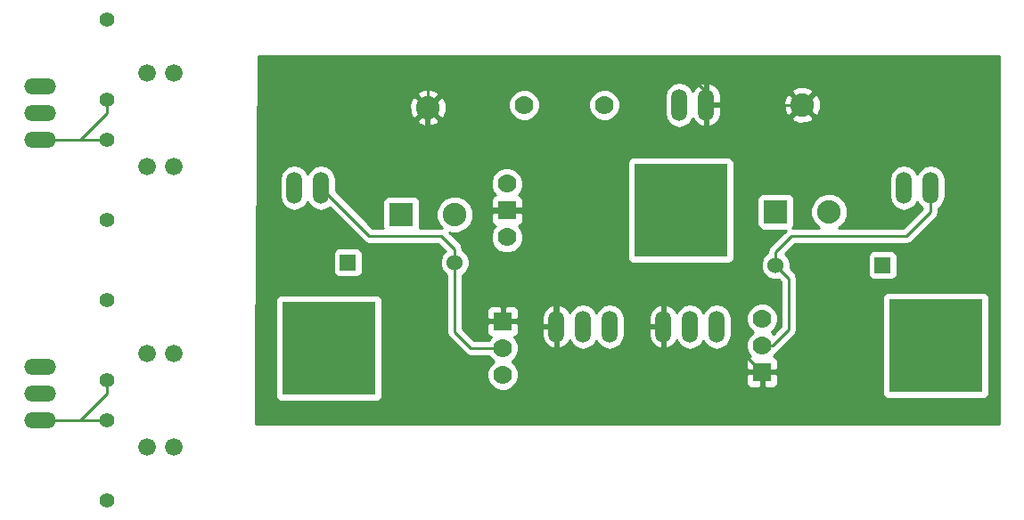
<source format=gbl>
G04 (created by PCBNEW (2013-07-07 BZR 4022)-stable) date 1/3/2014 7:24:35 AM*
%MOIN*%
G04 Gerber Fmt 3.4, Leading zero omitted, Abs format*
%FSLAX34Y34*%
G01*
G70*
G90*
G04 APERTURE LIST*
%ADD10C,0.00590551*%
%ADD11R,0.07X0.07*%
%ADD12C,0.07*%
%ADD13R,0.35X0.35*%
%ADD14C,0.055*%
%ADD15C,0.0882*%
%ADD16R,0.0882X0.0882*%
%ADD17O,0.0593X0.1187*%
%ADD18O,0.1187X0.0593*%
%ADD19C,0.066*%
%ADD20R,0.06X0.06*%
%ADD21C,0.06*%
%ADD22C,0.01*%
%ADD23C,0.02*%
G04 APERTURE END LIST*
G54D10*
G54D11*
X35000Y-21200D03*
G54D12*
X35000Y-19200D03*
X35000Y-20200D03*
G54D13*
X41500Y-20200D03*
G54D11*
X25300Y-19300D03*
G54D12*
X25300Y-21300D03*
X25300Y-20300D03*
G54D13*
X18800Y-20300D03*
G54D14*
X10500Y-15500D03*
X10500Y-12500D03*
X10500Y-8000D03*
X10500Y-11000D03*
X10500Y-26000D03*
X10500Y-23000D03*
X10500Y-18500D03*
X10500Y-21500D03*
G54D15*
X36500Y-11200D03*
G54D16*
X35500Y-15200D03*
G54D15*
X37500Y-15200D03*
X22500Y-11300D03*
G54D16*
X21500Y-15300D03*
G54D15*
X23500Y-15300D03*
G54D17*
X31300Y-19500D03*
X32300Y-19500D03*
X33300Y-19500D03*
X27300Y-19500D03*
X28300Y-19500D03*
X29300Y-19500D03*
G54D18*
X8000Y-23000D03*
X8000Y-22000D03*
X8000Y-21000D03*
X8000Y-12500D03*
X8000Y-11500D03*
X8000Y-10500D03*
G54D17*
X17500Y-14300D03*
X18500Y-14300D03*
X40300Y-14300D03*
X41300Y-14300D03*
G54D13*
X31950Y-15150D03*
G54D12*
X25450Y-14150D03*
G54D11*
X25450Y-15150D03*
G54D12*
X25450Y-16150D03*
G54D19*
X13000Y-24000D03*
X12000Y-24000D03*
X13000Y-10000D03*
X12000Y-10000D03*
X13000Y-20500D03*
X12000Y-20500D03*
X13000Y-13500D03*
X12000Y-13500D03*
G54D20*
X19500Y-17100D03*
G54D21*
X23500Y-17100D03*
G54D20*
X39500Y-17200D03*
G54D21*
X35500Y-17200D03*
G54D12*
X29100Y-11200D03*
X26100Y-11200D03*
G54D17*
X31900Y-11200D03*
X32900Y-11200D03*
G54D22*
X32900Y-11200D02*
X32900Y-10700D01*
X32900Y-10700D02*
X32200Y-10000D01*
X32200Y-10000D02*
X23100Y-10000D01*
X23100Y-10000D02*
X22500Y-10600D01*
X22500Y-10600D02*
X22500Y-13000D01*
G54D23*
X27100Y-19300D02*
X27300Y-19500D01*
X25450Y-15150D02*
X26550Y-15150D01*
X26550Y-15150D02*
X27300Y-15900D01*
X27300Y-15900D02*
X27300Y-18300D01*
X27300Y-18300D02*
X27300Y-19500D01*
X22500Y-11300D02*
X22500Y-13000D01*
X22500Y-13000D02*
X24650Y-15150D01*
X24650Y-15150D02*
X25450Y-15150D01*
G54D22*
X27300Y-18100D02*
X27600Y-17800D01*
X27600Y-17800D02*
X32000Y-17800D01*
X31300Y-19500D02*
X31300Y-18300D01*
X31800Y-17800D02*
X32000Y-17800D01*
X31300Y-18300D02*
X31800Y-17800D01*
X25300Y-19300D02*
X26100Y-19300D01*
X26100Y-19300D02*
X26300Y-19100D01*
X26300Y-19100D02*
X27300Y-18100D01*
X26550Y-15150D02*
X27300Y-15900D01*
X27300Y-15900D02*
X27300Y-18100D01*
X27300Y-18100D02*
X27300Y-19500D01*
X24650Y-15150D02*
X25450Y-15150D01*
X22500Y-13000D02*
X24650Y-15150D01*
X32900Y-11200D02*
X36500Y-11200D01*
X33600Y-17800D02*
X34200Y-17200D01*
X34200Y-17200D02*
X34200Y-11300D01*
X34200Y-20400D02*
X35000Y-21200D01*
X34200Y-18400D02*
X34200Y-20400D01*
X33600Y-17800D02*
X34200Y-18400D01*
X32000Y-17800D02*
X33600Y-17800D01*
X10500Y-11500D02*
X9500Y-12500D01*
X9500Y-12500D02*
X9000Y-12500D01*
X10500Y-11500D02*
X10500Y-11000D01*
X8000Y-12500D02*
X9000Y-12500D01*
X9000Y-12500D02*
X10500Y-12500D01*
X9500Y-23000D02*
X10500Y-23000D01*
X9500Y-23000D02*
X10500Y-22000D01*
X8000Y-23000D02*
X9500Y-23000D01*
X10500Y-22000D02*
X10500Y-21500D01*
X23500Y-17100D02*
X23500Y-16600D01*
X20300Y-16100D02*
X18500Y-14300D01*
X23000Y-16100D02*
X20300Y-16100D01*
X23500Y-16600D02*
X23000Y-16100D01*
X23500Y-17100D02*
X23500Y-19700D01*
X24100Y-20300D02*
X25300Y-20300D01*
X23500Y-19700D02*
X24100Y-20300D01*
X36100Y-16100D02*
X40400Y-16100D01*
X35500Y-17200D02*
X35500Y-16700D01*
X35500Y-16700D02*
X36100Y-16100D01*
X41300Y-15200D02*
X41300Y-14300D01*
X40400Y-16100D02*
X41300Y-15200D01*
X35000Y-20200D02*
X35400Y-20200D01*
X36000Y-17700D02*
X35500Y-17200D01*
X36000Y-19600D02*
X36000Y-17700D01*
X35400Y-20200D02*
X36000Y-19600D01*
G54D10*
G36*
X43850Y-23130D02*
X43500Y-23130D01*
X43500Y-21900D01*
X43500Y-18400D01*
X43462Y-18308D01*
X43391Y-18238D01*
X43299Y-18200D01*
X43200Y-18199D01*
X41846Y-18199D01*
X41846Y-14613D01*
X41846Y-13986D01*
X41804Y-13777D01*
X41686Y-13600D01*
X41509Y-13481D01*
X41300Y-13439D01*
X41090Y-13481D01*
X40913Y-13600D01*
X40800Y-13770D01*
X40686Y-13600D01*
X40509Y-13481D01*
X40300Y-13439D01*
X40090Y-13481D01*
X39913Y-13600D01*
X39795Y-13777D01*
X39753Y-13986D01*
X39753Y-14613D01*
X39795Y-14822D01*
X39913Y-14999D01*
X40090Y-15118D01*
X40300Y-15160D01*
X40509Y-15118D01*
X40686Y-14999D01*
X40800Y-14829D01*
X40913Y-14999D01*
X41000Y-15057D01*
X41000Y-15075D01*
X40275Y-15800D01*
X37857Y-15800D01*
X37890Y-15786D01*
X38085Y-15591D01*
X38190Y-15338D01*
X38191Y-15063D01*
X38086Y-14809D01*
X37891Y-14614D01*
X37638Y-14509D01*
X37363Y-14508D01*
X37195Y-14578D01*
X37195Y-11315D01*
X37186Y-11040D01*
X37097Y-10827D01*
X36987Y-10782D01*
X36917Y-10853D01*
X36917Y-10712D01*
X36872Y-10602D01*
X36615Y-10504D01*
X36340Y-10513D01*
X36127Y-10602D01*
X36082Y-10712D01*
X36500Y-11129D01*
X36917Y-10712D01*
X36917Y-10853D01*
X36570Y-11200D01*
X36987Y-11617D01*
X37097Y-11572D01*
X37195Y-11315D01*
X37195Y-14578D01*
X37109Y-14613D01*
X36917Y-14805D01*
X36917Y-11687D01*
X36500Y-11270D01*
X36429Y-11341D01*
X36429Y-11200D01*
X36012Y-10782D01*
X35902Y-10827D01*
X35804Y-11084D01*
X35813Y-11359D01*
X35902Y-11572D01*
X36012Y-11617D01*
X36429Y-11200D01*
X36429Y-11341D01*
X36082Y-11687D01*
X36127Y-11797D01*
X36384Y-11895D01*
X36659Y-11886D01*
X36872Y-11797D01*
X36917Y-11687D01*
X36917Y-14805D01*
X36914Y-14808D01*
X36809Y-15061D01*
X36808Y-15336D01*
X36913Y-15590D01*
X37108Y-15785D01*
X37143Y-15800D01*
X36135Y-15800D01*
X36152Y-15782D01*
X36190Y-15690D01*
X36191Y-15591D01*
X36191Y-14709D01*
X36153Y-14617D01*
X36082Y-14547D01*
X35990Y-14509D01*
X35891Y-14508D01*
X35009Y-14508D01*
X34917Y-14546D01*
X34847Y-14617D01*
X34809Y-14709D01*
X34808Y-14808D01*
X34808Y-15690D01*
X34846Y-15782D01*
X34917Y-15852D01*
X35009Y-15890D01*
X35108Y-15891D01*
X35884Y-15891D01*
X35287Y-16487D01*
X35222Y-16585D01*
X35200Y-16700D01*
X35200Y-16728D01*
X35188Y-16733D01*
X35034Y-16888D01*
X34950Y-17090D01*
X34949Y-17308D01*
X35033Y-17511D01*
X35188Y-17665D01*
X35390Y-17749D01*
X35608Y-17750D01*
X35620Y-17745D01*
X35700Y-17824D01*
X35700Y-19475D01*
X35412Y-19763D01*
X35348Y-19699D01*
X35508Y-19540D01*
X35599Y-19319D01*
X35600Y-19081D01*
X35508Y-18860D01*
X35340Y-18691D01*
X35119Y-18600D01*
X34881Y-18599D01*
X34660Y-18691D01*
X34491Y-18859D01*
X34400Y-19080D01*
X34399Y-19318D01*
X34491Y-19539D01*
X34651Y-19700D01*
X34491Y-19859D01*
X34400Y-20080D01*
X34399Y-20318D01*
X34491Y-20539D01*
X34565Y-20614D01*
X34508Y-20637D01*
X34438Y-20708D01*
X34400Y-20800D01*
X34399Y-20899D01*
X34400Y-21087D01*
X34462Y-21150D01*
X34950Y-21150D01*
X34950Y-21142D01*
X35050Y-21142D01*
X35050Y-21150D01*
X35537Y-21150D01*
X35600Y-21087D01*
X35600Y-20899D01*
X35599Y-20800D01*
X35561Y-20708D01*
X35491Y-20637D01*
X35434Y-20614D01*
X35508Y-20540D01*
X35542Y-20458D01*
X35612Y-20412D01*
X36212Y-19812D01*
X36212Y-19812D01*
X36277Y-19714D01*
X36299Y-19600D01*
X36300Y-19600D01*
X36300Y-17700D01*
X36277Y-17585D01*
X36212Y-17487D01*
X36212Y-17487D01*
X36045Y-17321D01*
X36049Y-17309D01*
X36050Y-17091D01*
X35966Y-16888D01*
X35851Y-16773D01*
X36224Y-16400D01*
X40400Y-16400D01*
X40400Y-16399D01*
X40514Y-16377D01*
X40514Y-16377D01*
X40612Y-16312D01*
X41512Y-15412D01*
X41512Y-15412D01*
X41577Y-15314D01*
X41599Y-15200D01*
X41600Y-15200D01*
X41600Y-15057D01*
X41686Y-14999D01*
X41804Y-14822D01*
X41846Y-14613D01*
X41846Y-18199D01*
X40050Y-18199D01*
X40050Y-17450D01*
X40050Y-16850D01*
X40012Y-16758D01*
X39941Y-16688D01*
X39849Y-16650D01*
X39750Y-16649D01*
X39150Y-16649D01*
X39058Y-16687D01*
X38988Y-16758D01*
X38950Y-16850D01*
X38949Y-16949D01*
X38949Y-17549D01*
X38987Y-17641D01*
X39058Y-17711D01*
X39150Y-17749D01*
X39249Y-17750D01*
X39849Y-17750D01*
X39941Y-17712D01*
X40011Y-17641D01*
X40049Y-17549D01*
X40050Y-17450D01*
X40050Y-18199D01*
X39700Y-18199D01*
X39608Y-18237D01*
X39538Y-18308D01*
X39500Y-18400D01*
X39499Y-18499D01*
X39499Y-21999D01*
X39537Y-22091D01*
X39608Y-22161D01*
X39700Y-22199D01*
X39799Y-22200D01*
X43299Y-22200D01*
X43391Y-22162D01*
X43461Y-22091D01*
X43499Y-21999D01*
X43500Y-21900D01*
X43500Y-23130D01*
X35600Y-23130D01*
X35600Y-21500D01*
X35600Y-21312D01*
X35537Y-21250D01*
X35050Y-21250D01*
X35050Y-21737D01*
X35112Y-21800D01*
X35399Y-21800D01*
X35491Y-21762D01*
X35561Y-21691D01*
X35599Y-21599D01*
X35600Y-21500D01*
X35600Y-23130D01*
X34950Y-23130D01*
X34950Y-21737D01*
X34950Y-21250D01*
X34462Y-21250D01*
X34400Y-21312D01*
X34399Y-21500D01*
X34400Y-21599D01*
X34438Y-21691D01*
X34508Y-21762D01*
X34600Y-21800D01*
X34887Y-21800D01*
X34950Y-21737D01*
X34950Y-23130D01*
X33950Y-23130D01*
X33950Y-16850D01*
X33950Y-13350D01*
X33912Y-13258D01*
X33841Y-13188D01*
X33749Y-13150D01*
X33650Y-13149D01*
X33446Y-13149D01*
X33446Y-11547D01*
X33446Y-11250D01*
X33446Y-11150D01*
X33446Y-10853D01*
X33385Y-10647D01*
X33251Y-10481D01*
X33062Y-10378D01*
X33034Y-10373D01*
X32950Y-10421D01*
X32950Y-11150D01*
X33446Y-11150D01*
X33446Y-11250D01*
X32950Y-11250D01*
X32950Y-11978D01*
X33034Y-12026D01*
X33062Y-12021D01*
X33251Y-11918D01*
X33385Y-11752D01*
X33446Y-11547D01*
X33446Y-13149D01*
X32850Y-13149D01*
X32850Y-11978D01*
X32850Y-11250D01*
X32842Y-11250D01*
X32842Y-11150D01*
X32850Y-11150D01*
X32850Y-10421D01*
X32765Y-10373D01*
X32737Y-10378D01*
X32548Y-10481D01*
X32414Y-10647D01*
X32405Y-10678D01*
X32404Y-10677D01*
X32286Y-10500D01*
X32109Y-10381D01*
X31900Y-10339D01*
X31690Y-10381D01*
X31513Y-10500D01*
X31395Y-10677D01*
X31353Y-10886D01*
X31353Y-11513D01*
X31395Y-11722D01*
X31513Y-11899D01*
X31690Y-12018D01*
X31900Y-12060D01*
X32109Y-12018D01*
X32286Y-11899D01*
X32404Y-11722D01*
X32405Y-11721D01*
X32414Y-11752D01*
X32548Y-11918D01*
X32737Y-12021D01*
X32765Y-12026D01*
X32850Y-11978D01*
X32850Y-13149D01*
X30150Y-13149D01*
X30058Y-13187D01*
X29988Y-13258D01*
X29950Y-13350D01*
X29949Y-13449D01*
X29949Y-16949D01*
X29987Y-17041D01*
X30058Y-17111D01*
X30150Y-17149D01*
X30249Y-17150D01*
X33749Y-17150D01*
X33841Y-17112D01*
X33911Y-17041D01*
X33949Y-16949D01*
X33950Y-16850D01*
X33950Y-23130D01*
X33846Y-23130D01*
X33846Y-19813D01*
X33846Y-19186D01*
X33804Y-18977D01*
X33686Y-18800D01*
X33509Y-18681D01*
X33300Y-18639D01*
X33090Y-18681D01*
X32913Y-18800D01*
X32800Y-18970D01*
X32686Y-18800D01*
X32509Y-18681D01*
X32300Y-18639D01*
X32090Y-18681D01*
X31913Y-18800D01*
X31795Y-18977D01*
X31794Y-18978D01*
X31785Y-18947D01*
X31651Y-18781D01*
X31462Y-18678D01*
X31434Y-18673D01*
X31350Y-18721D01*
X31350Y-19450D01*
X31357Y-19450D01*
X31357Y-19550D01*
X31350Y-19550D01*
X31350Y-20278D01*
X31434Y-20326D01*
X31462Y-20321D01*
X31651Y-20218D01*
X31785Y-20052D01*
X31794Y-20021D01*
X31795Y-20022D01*
X31913Y-20199D01*
X32090Y-20318D01*
X32300Y-20360D01*
X32509Y-20318D01*
X32686Y-20199D01*
X32800Y-20029D01*
X32913Y-20199D01*
X33090Y-20318D01*
X33300Y-20360D01*
X33509Y-20318D01*
X33686Y-20199D01*
X33804Y-20022D01*
X33846Y-19813D01*
X33846Y-23130D01*
X31250Y-23130D01*
X31250Y-20278D01*
X31250Y-19550D01*
X31250Y-19450D01*
X31250Y-18721D01*
X31165Y-18673D01*
X31137Y-18678D01*
X30948Y-18781D01*
X30814Y-18947D01*
X30753Y-19153D01*
X30753Y-19450D01*
X31250Y-19450D01*
X31250Y-19550D01*
X30753Y-19550D01*
X30753Y-19847D01*
X30814Y-20052D01*
X30948Y-20218D01*
X31137Y-20321D01*
X31165Y-20326D01*
X31250Y-20278D01*
X31250Y-23130D01*
X29846Y-23130D01*
X29846Y-19813D01*
X29846Y-19186D01*
X29804Y-18977D01*
X29700Y-18820D01*
X29700Y-11081D01*
X29608Y-10860D01*
X29440Y-10691D01*
X29219Y-10600D01*
X28981Y-10599D01*
X28760Y-10691D01*
X28591Y-10859D01*
X28500Y-11080D01*
X28499Y-11318D01*
X28591Y-11539D01*
X28759Y-11708D01*
X28980Y-11799D01*
X29218Y-11800D01*
X29439Y-11708D01*
X29608Y-11540D01*
X29699Y-11319D01*
X29700Y-11081D01*
X29700Y-18820D01*
X29686Y-18800D01*
X29509Y-18681D01*
X29300Y-18639D01*
X29090Y-18681D01*
X28913Y-18800D01*
X28800Y-18970D01*
X28686Y-18800D01*
X28509Y-18681D01*
X28300Y-18639D01*
X28090Y-18681D01*
X27913Y-18800D01*
X27795Y-18977D01*
X27794Y-18978D01*
X27785Y-18947D01*
X27651Y-18781D01*
X27462Y-18678D01*
X27434Y-18673D01*
X27350Y-18721D01*
X27350Y-19450D01*
X27357Y-19450D01*
X27357Y-19550D01*
X27350Y-19550D01*
X27350Y-20278D01*
X27434Y-20326D01*
X27462Y-20321D01*
X27651Y-20218D01*
X27785Y-20052D01*
X27794Y-20021D01*
X27795Y-20022D01*
X27913Y-20199D01*
X28090Y-20318D01*
X28300Y-20360D01*
X28509Y-20318D01*
X28686Y-20199D01*
X28800Y-20029D01*
X28913Y-20199D01*
X29090Y-20318D01*
X29300Y-20360D01*
X29509Y-20318D01*
X29686Y-20199D01*
X29804Y-20022D01*
X29846Y-19813D01*
X29846Y-23130D01*
X27250Y-23130D01*
X27250Y-20278D01*
X27250Y-19550D01*
X27250Y-19450D01*
X27250Y-18721D01*
X27165Y-18673D01*
X27137Y-18678D01*
X26948Y-18781D01*
X26814Y-18947D01*
X26753Y-19153D01*
X26753Y-19450D01*
X27250Y-19450D01*
X27250Y-19550D01*
X26753Y-19550D01*
X26753Y-19847D01*
X26814Y-20052D01*
X26948Y-20218D01*
X27137Y-20321D01*
X27165Y-20326D01*
X27250Y-20278D01*
X27250Y-23130D01*
X26700Y-23130D01*
X26700Y-11081D01*
X26608Y-10860D01*
X26440Y-10691D01*
X26219Y-10600D01*
X25981Y-10599D01*
X25760Y-10691D01*
X25591Y-10859D01*
X25500Y-11080D01*
X25499Y-11318D01*
X25591Y-11539D01*
X25759Y-11708D01*
X25980Y-11799D01*
X26218Y-11800D01*
X26439Y-11708D01*
X26608Y-11540D01*
X26699Y-11319D01*
X26700Y-11081D01*
X26700Y-23130D01*
X26050Y-23130D01*
X26050Y-16031D01*
X26050Y-14031D01*
X25958Y-13810D01*
X25790Y-13641D01*
X25569Y-13550D01*
X25331Y-13549D01*
X25110Y-13641D01*
X24941Y-13809D01*
X24850Y-14030D01*
X24849Y-14268D01*
X24941Y-14489D01*
X25015Y-14564D01*
X24958Y-14587D01*
X24888Y-14658D01*
X24850Y-14750D01*
X24849Y-14849D01*
X24850Y-15037D01*
X24912Y-15100D01*
X25400Y-15100D01*
X25400Y-15092D01*
X25500Y-15092D01*
X25500Y-15100D01*
X25987Y-15100D01*
X26050Y-15037D01*
X26050Y-14849D01*
X26049Y-14750D01*
X26011Y-14658D01*
X25941Y-14587D01*
X25884Y-14564D01*
X25958Y-14490D01*
X26049Y-14269D01*
X26050Y-14031D01*
X26050Y-16031D01*
X25958Y-15810D01*
X25884Y-15735D01*
X25941Y-15712D01*
X26011Y-15641D01*
X26049Y-15549D01*
X26050Y-15450D01*
X26050Y-15262D01*
X25987Y-15200D01*
X25500Y-15200D01*
X25500Y-15207D01*
X25400Y-15207D01*
X25400Y-15200D01*
X24912Y-15200D01*
X24850Y-15262D01*
X24849Y-15450D01*
X24850Y-15549D01*
X24888Y-15641D01*
X24958Y-15712D01*
X25015Y-15735D01*
X24941Y-15809D01*
X24850Y-16030D01*
X24849Y-16268D01*
X24941Y-16489D01*
X25109Y-16658D01*
X25330Y-16749D01*
X25568Y-16750D01*
X25789Y-16658D01*
X25958Y-16490D01*
X26049Y-16269D01*
X26050Y-16031D01*
X26050Y-23130D01*
X25900Y-23130D01*
X25900Y-21181D01*
X25808Y-20960D01*
X25648Y-20799D01*
X25808Y-20640D01*
X25899Y-20419D01*
X25900Y-20181D01*
X25808Y-19960D01*
X25734Y-19885D01*
X25791Y-19862D01*
X25861Y-19791D01*
X25899Y-19699D01*
X25900Y-19600D01*
X25900Y-18999D01*
X25899Y-18900D01*
X25861Y-18808D01*
X25791Y-18737D01*
X25699Y-18699D01*
X25412Y-18700D01*
X25350Y-18762D01*
X25350Y-19250D01*
X25837Y-19250D01*
X25900Y-19187D01*
X25900Y-18999D01*
X25900Y-19600D01*
X25900Y-19412D01*
X25837Y-19350D01*
X25350Y-19350D01*
X25350Y-19357D01*
X25250Y-19357D01*
X25250Y-19350D01*
X25250Y-19250D01*
X25250Y-18762D01*
X25187Y-18700D01*
X24900Y-18699D01*
X24808Y-18737D01*
X24738Y-18808D01*
X24700Y-18900D01*
X24699Y-18999D01*
X24700Y-19187D01*
X24762Y-19250D01*
X25250Y-19250D01*
X25250Y-19350D01*
X24762Y-19350D01*
X24700Y-19412D01*
X24699Y-19600D01*
X24700Y-19699D01*
X24738Y-19791D01*
X24808Y-19862D01*
X24865Y-19885D01*
X24791Y-19959D01*
X24774Y-20000D01*
X24224Y-20000D01*
X23800Y-19575D01*
X23800Y-17571D01*
X23811Y-17566D01*
X23965Y-17411D01*
X24049Y-17209D01*
X24050Y-16991D01*
X23966Y-16788D01*
X23811Y-16634D01*
X23800Y-16629D01*
X23800Y-16600D01*
X23777Y-16485D01*
X23712Y-16387D01*
X23712Y-16387D01*
X23281Y-15957D01*
X23361Y-15990D01*
X23636Y-15991D01*
X23890Y-15886D01*
X24085Y-15691D01*
X24190Y-15438D01*
X24191Y-15163D01*
X24086Y-14909D01*
X23891Y-14714D01*
X23638Y-14609D01*
X23363Y-14608D01*
X23195Y-14678D01*
X23195Y-11415D01*
X23186Y-11140D01*
X23097Y-10927D01*
X22987Y-10882D01*
X22917Y-10953D01*
X22917Y-10812D01*
X22872Y-10702D01*
X22615Y-10604D01*
X22340Y-10613D01*
X22127Y-10702D01*
X22082Y-10812D01*
X22500Y-11229D01*
X22917Y-10812D01*
X22917Y-10953D01*
X22570Y-11300D01*
X22987Y-11717D01*
X23097Y-11672D01*
X23195Y-11415D01*
X23195Y-14678D01*
X23109Y-14713D01*
X22917Y-14905D01*
X22917Y-11787D01*
X22500Y-11370D01*
X22429Y-11441D01*
X22429Y-11300D01*
X22012Y-10882D01*
X21902Y-10927D01*
X21804Y-11184D01*
X21813Y-11459D01*
X21902Y-11672D01*
X22012Y-11717D01*
X22429Y-11300D01*
X22429Y-11441D01*
X22082Y-11787D01*
X22127Y-11897D01*
X22384Y-11995D01*
X22659Y-11986D01*
X22872Y-11897D01*
X22917Y-11787D01*
X22917Y-14905D01*
X22914Y-14908D01*
X22809Y-15161D01*
X22808Y-15436D01*
X22913Y-15690D01*
X23028Y-15805D01*
X23000Y-15800D01*
X22187Y-15800D01*
X22190Y-15790D01*
X22191Y-15691D01*
X22191Y-14809D01*
X22153Y-14717D01*
X22082Y-14647D01*
X21990Y-14609D01*
X21891Y-14608D01*
X21009Y-14608D01*
X20917Y-14646D01*
X20847Y-14717D01*
X20809Y-14809D01*
X20808Y-14908D01*
X20808Y-15790D01*
X20812Y-15800D01*
X20424Y-15800D01*
X19046Y-14422D01*
X19046Y-13986D01*
X19004Y-13777D01*
X18886Y-13600D01*
X18709Y-13481D01*
X18500Y-13439D01*
X18290Y-13481D01*
X18113Y-13600D01*
X18000Y-13770D01*
X17886Y-13600D01*
X17709Y-13481D01*
X17500Y-13439D01*
X17290Y-13481D01*
X17113Y-13600D01*
X16995Y-13777D01*
X16953Y-13986D01*
X16953Y-14613D01*
X16995Y-14822D01*
X17113Y-14999D01*
X17290Y-15118D01*
X17500Y-15160D01*
X17709Y-15118D01*
X17886Y-14999D01*
X18000Y-14829D01*
X18113Y-14999D01*
X18290Y-15118D01*
X18500Y-15160D01*
X18709Y-15118D01*
X18820Y-15044D01*
X20087Y-16312D01*
X20087Y-16312D01*
X20185Y-16377D01*
X20300Y-16400D01*
X22875Y-16400D01*
X23148Y-16673D01*
X23034Y-16788D01*
X22950Y-16990D01*
X22949Y-17208D01*
X23033Y-17411D01*
X23188Y-17565D01*
X23200Y-17570D01*
X23200Y-19700D01*
X23222Y-19814D01*
X23287Y-19912D01*
X23887Y-20512D01*
X23887Y-20512D01*
X23985Y-20577D01*
X24100Y-20600D01*
X24774Y-20600D01*
X24791Y-20639D01*
X24951Y-20800D01*
X24791Y-20959D01*
X24700Y-21180D01*
X24699Y-21418D01*
X24791Y-21639D01*
X24959Y-21808D01*
X25180Y-21899D01*
X25418Y-21900D01*
X25639Y-21808D01*
X25808Y-21640D01*
X25899Y-21419D01*
X25900Y-21181D01*
X25900Y-23130D01*
X20800Y-23130D01*
X20800Y-22000D01*
X20800Y-18500D01*
X20762Y-18408D01*
X20691Y-18338D01*
X20599Y-18300D01*
X20500Y-18299D01*
X20050Y-18299D01*
X20050Y-17350D01*
X20050Y-16750D01*
X20012Y-16658D01*
X19941Y-16588D01*
X19849Y-16550D01*
X19750Y-16549D01*
X19150Y-16549D01*
X19058Y-16587D01*
X18988Y-16658D01*
X18950Y-16750D01*
X18949Y-16849D01*
X18949Y-17449D01*
X18987Y-17541D01*
X19058Y-17611D01*
X19150Y-17649D01*
X19249Y-17650D01*
X19849Y-17650D01*
X19941Y-17612D01*
X20011Y-17541D01*
X20049Y-17449D01*
X20050Y-17350D01*
X20050Y-18299D01*
X17000Y-18299D01*
X16908Y-18337D01*
X16838Y-18408D01*
X16800Y-18500D01*
X16799Y-18599D01*
X16799Y-22099D01*
X16837Y-22191D01*
X16908Y-22261D01*
X17000Y-22299D01*
X17099Y-22300D01*
X20599Y-22300D01*
X20691Y-22262D01*
X20761Y-22191D01*
X20799Y-22099D01*
X20800Y-22000D01*
X20800Y-23130D01*
X16069Y-23130D01*
X16069Y-20544D01*
X16149Y-9369D01*
X16200Y-9369D01*
X43850Y-9369D01*
X43850Y-9400D01*
X43850Y-23130D01*
X43850Y-23130D01*
G37*
G54D22*
X43850Y-23130D02*
X43500Y-23130D01*
X43500Y-21900D01*
X43500Y-18400D01*
X43462Y-18308D01*
X43391Y-18238D01*
X43299Y-18200D01*
X43200Y-18199D01*
X41846Y-18199D01*
X41846Y-14613D01*
X41846Y-13986D01*
X41804Y-13777D01*
X41686Y-13600D01*
X41509Y-13481D01*
X41300Y-13439D01*
X41090Y-13481D01*
X40913Y-13600D01*
X40800Y-13770D01*
X40686Y-13600D01*
X40509Y-13481D01*
X40300Y-13439D01*
X40090Y-13481D01*
X39913Y-13600D01*
X39795Y-13777D01*
X39753Y-13986D01*
X39753Y-14613D01*
X39795Y-14822D01*
X39913Y-14999D01*
X40090Y-15118D01*
X40300Y-15160D01*
X40509Y-15118D01*
X40686Y-14999D01*
X40800Y-14829D01*
X40913Y-14999D01*
X41000Y-15057D01*
X41000Y-15075D01*
X40275Y-15800D01*
X37857Y-15800D01*
X37890Y-15786D01*
X38085Y-15591D01*
X38190Y-15338D01*
X38191Y-15063D01*
X38086Y-14809D01*
X37891Y-14614D01*
X37638Y-14509D01*
X37363Y-14508D01*
X37195Y-14578D01*
X37195Y-11315D01*
X37186Y-11040D01*
X37097Y-10827D01*
X36987Y-10782D01*
X36917Y-10853D01*
X36917Y-10712D01*
X36872Y-10602D01*
X36615Y-10504D01*
X36340Y-10513D01*
X36127Y-10602D01*
X36082Y-10712D01*
X36500Y-11129D01*
X36917Y-10712D01*
X36917Y-10853D01*
X36570Y-11200D01*
X36987Y-11617D01*
X37097Y-11572D01*
X37195Y-11315D01*
X37195Y-14578D01*
X37109Y-14613D01*
X36917Y-14805D01*
X36917Y-11687D01*
X36500Y-11270D01*
X36429Y-11341D01*
X36429Y-11200D01*
X36012Y-10782D01*
X35902Y-10827D01*
X35804Y-11084D01*
X35813Y-11359D01*
X35902Y-11572D01*
X36012Y-11617D01*
X36429Y-11200D01*
X36429Y-11341D01*
X36082Y-11687D01*
X36127Y-11797D01*
X36384Y-11895D01*
X36659Y-11886D01*
X36872Y-11797D01*
X36917Y-11687D01*
X36917Y-14805D01*
X36914Y-14808D01*
X36809Y-15061D01*
X36808Y-15336D01*
X36913Y-15590D01*
X37108Y-15785D01*
X37143Y-15800D01*
X36135Y-15800D01*
X36152Y-15782D01*
X36190Y-15690D01*
X36191Y-15591D01*
X36191Y-14709D01*
X36153Y-14617D01*
X36082Y-14547D01*
X35990Y-14509D01*
X35891Y-14508D01*
X35009Y-14508D01*
X34917Y-14546D01*
X34847Y-14617D01*
X34809Y-14709D01*
X34808Y-14808D01*
X34808Y-15690D01*
X34846Y-15782D01*
X34917Y-15852D01*
X35009Y-15890D01*
X35108Y-15891D01*
X35884Y-15891D01*
X35287Y-16487D01*
X35222Y-16585D01*
X35200Y-16700D01*
X35200Y-16728D01*
X35188Y-16733D01*
X35034Y-16888D01*
X34950Y-17090D01*
X34949Y-17308D01*
X35033Y-17511D01*
X35188Y-17665D01*
X35390Y-17749D01*
X35608Y-17750D01*
X35620Y-17745D01*
X35700Y-17824D01*
X35700Y-19475D01*
X35412Y-19763D01*
X35348Y-19699D01*
X35508Y-19540D01*
X35599Y-19319D01*
X35600Y-19081D01*
X35508Y-18860D01*
X35340Y-18691D01*
X35119Y-18600D01*
X34881Y-18599D01*
X34660Y-18691D01*
X34491Y-18859D01*
X34400Y-19080D01*
X34399Y-19318D01*
X34491Y-19539D01*
X34651Y-19700D01*
X34491Y-19859D01*
X34400Y-20080D01*
X34399Y-20318D01*
X34491Y-20539D01*
X34565Y-20614D01*
X34508Y-20637D01*
X34438Y-20708D01*
X34400Y-20800D01*
X34399Y-20899D01*
X34400Y-21087D01*
X34462Y-21150D01*
X34950Y-21150D01*
X34950Y-21142D01*
X35050Y-21142D01*
X35050Y-21150D01*
X35537Y-21150D01*
X35600Y-21087D01*
X35600Y-20899D01*
X35599Y-20800D01*
X35561Y-20708D01*
X35491Y-20637D01*
X35434Y-20614D01*
X35508Y-20540D01*
X35542Y-20458D01*
X35612Y-20412D01*
X36212Y-19812D01*
X36212Y-19812D01*
X36277Y-19714D01*
X36299Y-19600D01*
X36300Y-19600D01*
X36300Y-17700D01*
X36277Y-17585D01*
X36212Y-17487D01*
X36212Y-17487D01*
X36045Y-17321D01*
X36049Y-17309D01*
X36050Y-17091D01*
X35966Y-16888D01*
X35851Y-16773D01*
X36224Y-16400D01*
X40400Y-16400D01*
X40400Y-16399D01*
X40514Y-16377D01*
X40514Y-16377D01*
X40612Y-16312D01*
X41512Y-15412D01*
X41512Y-15412D01*
X41577Y-15314D01*
X41599Y-15200D01*
X41600Y-15200D01*
X41600Y-15057D01*
X41686Y-14999D01*
X41804Y-14822D01*
X41846Y-14613D01*
X41846Y-18199D01*
X40050Y-18199D01*
X40050Y-17450D01*
X40050Y-16850D01*
X40012Y-16758D01*
X39941Y-16688D01*
X39849Y-16650D01*
X39750Y-16649D01*
X39150Y-16649D01*
X39058Y-16687D01*
X38988Y-16758D01*
X38950Y-16850D01*
X38949Y-16949D01*
X38949Y-17549D01*
X38987Y-17641D01*
X39058Y-17711D01*
X39150Y-17749D01*
X39249Y-17750D01*
X39849Y-17750D01*
X39941Y-17712D01*
X40011Y-17641D01*
X40049Y-17549D01*
X40050Y-17450D01*
X40050Y-18199D01*
X39700Y-18199D01*
X39608Y-18237D01*
X39538Y-18308D01*
X39500Y-18400D01*
X39499Y-18499D01*
X39499Y-21999D01*
X39537Y-22091D01*
X39608Y-22161D01*
X39700Y-22199D01*
X39799Y-22200D01*
X43299Y-22200D01*
X43391Y-22162D01*
X43461Y-22091D01*
X43499Y-21999D01*
X43500Y-21900D01*
X43500Y-23130D01*
X35600Y-23130D01*
X35600Y-21500D01*
X35600Y-21312D01*
X35537Y-21250D01*
X35050Y-21250D01*
X35050Y-21737D01*
X35112Y-21800D01*
X35399Y-21800D01*
X35491Y-21762D01*
X35561Y-21691D01*
X35599Y-21599D01*
X35600Y-21500D01*
X35600Y-23130D01*
X34950Y-23130D01*
X34950Y-21737D01*
X34950Y-21250D01*
X34462Y-21250D01*
X34400Y-21312D01*
X34399Y-21500D01*
X34400Y-21599D01*
X34438Y-21691D01*
X34508Y-21762D01*
X34600Y-21800D01*
X34887Y-21800D01*
X34950Y-21737D01*
X34950Y-23130D01*
X33950Y-23130D01*
X33950Y-16850D01*
X33950Y-13350D01*
X33912Y-13258D01*
X33841Y-13188D01*
X33749Y-13150D01*
X33650Y-13149D01*
X33446Y-13149D01*
X33446Y-11547D01*
X33446Y-11250D01*
X33446Y-11150D01*
X33446Y-10853D01*
X33385Y-10647D01*
X33251Y-10481D01*
X33062Y-10378D01*
X33034Y-10373D01*
X32950Y-10421D01*
X32950Y-11150D01*
X33446Y-11150D01*
X33446Y-11250D01*
X32950Y-11250D01*
X32950Y-11978D01*
X33034Y-12026D01*
X33062Y-12021D01*
X33251Y-11918D01*
X33385Y-11752D01*
X33446Y-11547D01*
X33446Y-13149D01*
X32850Y-13149D01*
X32850Y-11978D01*
X32850Y-11250D01*
X32842Y-11250D01*
X32842Y-11150D01*
X32850Y-11150D01*
X32850Y-10421D01*
X32765Y-10373D01*
X32737Y-10378D01*
X32548Y-10481D01*
X32414Y-10647D01*
X32405Y-10678D01*
X32404Y-10677D01*
X32286Y-10500D01*
X32109Y-10381D01*
X31900Y-10339D01*
X31690Y-10381D01*
X31513Y-10500D01*
X31395Y-10677D01*
X31353Y-10886D01*
X31353Y-11513D01*
X31395Y-11722D01*
X31513Y-11899D01*
X31690Y-12018D01*
X31900Y-12060D01*
X32109Y-12018D01*
X32286Y-11899D01*
X32404Y-11722D01*
X32405Y-11721D01*
X32414Y-11752D01*
X32548Y-11918D01*
X32737Y-12021D01*
X32765Y-12026D01*
X32850Y-11978D01*
X32850Y-13149D01*
X30150Y-13149D01*
X30058Y-13187D01*
X29988Y-13258D01*
X29950Y-13350D01*
X29949Y-13449D01*
X29949Y-16949D01*
X29987Y-17041D01*
X30058Y-17111D01*
X30150Y-17149D01*
X30249Y-17150D01*
X33749Y-17150D01*
X33841Y-17112D01*
X33911Y-17041D01*
X33949Y-16949D01*
X33950Y-16850D01*
X33950Y-23130D01*
X33846Y-23130D01*
X33846Y-19813D01*
X33846Y-19186D01*
X33804Y-18977D01*
X33686Y-18800D01*
X33509Y-18681D01*
X33300Y-18639D01*
X33090Y-18681D01*
X32913Y-18800D01*
X32800Y-18970D01*
X32686Y-18800D01*
X32509Y-18681D01*
X32300Y-18639D01*
X32090Y-18681D01*
X31913Y-18800D01*
X31795Y-18977D01*
X31794Y-18978D01*
X31785Y-18947D01*
X31651Y-18781D01*
X31462Y-18678D01*
X31434Y-18673D01*
X31350Y-18721D01*
X31350Y-19450D01*
X31357Y-19450D01*
X31357Y-19550D01*
X31350Y-19550D01*
X31350Y-20278D01*
X31434Y-20326D01*
X31462Y-20321D01*
X31651Y-20218D01*
X31785Y-20052D01*
X31794Y-20021D01*
X31795Y-20022D01*
X31913Y-20199D01*
X32090Y-20318D01*
X32300Y-20360D01*
X32509Y-20318D01*
X32686Y-20199D01*
X32800Y-20029D01*
X32913Y-20199D01*
X33090Y-20318D01*
X33300Y-20360D01*
X33509Y-20318D01*
X33686Y-20199D01*
X33804Y-20022D01*
X33846Y-19813D01*
X33846Y-23130D01*
X31250Y-23130D01*
X31250Y-20278D01*
X31250Y-19550D01*
X31250Y-19450D01*
X31250Y-18721D01*
X31165Y-18673D01*
X31137Y-18678D01*
X30948Y-18781D01*
X30814Y-18947D01*
X30753Y-19153D01*
X30753Y-19450D01*
X31250Y-19450D01*
X31250Y-19550D01*
X30753Y-19550D01*
X30753Y-19847D01*
X30814Y-20052D01*
X30948Y-20218D01*
X31137Y-20321D01*
X31165Y-20326D01*
X31250Y-20278D01*
X31250Y-23130D01*
X29846Y-23130D01*
X29846Y-19813D01*
X29846Y-19186D01*
X29804Y-18977D01*
X29700Y-18820D01*
X29700Y-11081D01*
X29608Y-10860D01*
X29440Y-10691D01*
X29219Y-10600D01*
X28981Y-10599D01*
X28760Y-10691D01*
X28591Y-10859D01*
X28500Y-11080D01*
X28499Y-11318D01*
X28591Y-11539D01*
X28759Y-11708D01*
X28980Y-11799D01*
X29218Y-11800D01*
X29439Y-11708D01*
X29608Y-11540D01*
X29699Y-11319D01*
X29700Y-11081D01*
X29700Y-18820D01*
X29686Y-18800D01*
X29509Y-18681D01*
X29300Y-18639D01*
X29090Y-18681D01*
X28913Y-18800D01*
X28800Y-18970D01*
X28686Y-18800D01*
X28509Y-18681D01*
X28300Y-18639D01*
X28090Y-18681D01*
X27913Y-18800D01*
X27795Y-18977D01*
X27794Y-18978D01*
X27785Y-18947D01*
X27651Y-18781D01*
X27462Y-18678D01*
X27434Y-18673D01*
X27350Y-18721D01*
X27350Y-19450D01*
X27357Y-19450D01*
X27357Y-19550D01*
X27350Y-19550D01*
X27350Y-20278D01*
X27434Y-20326D01*
X27462Y-20321D01*
X27651Y-20218D01*
X27785Y-20052D01*
X27794Y-20021D01*
X27795Y-20022D01*
X27913Y-20199D01*
X28090Y-20318D01*
X28300Y-20360D01*
X28509Y-20318D01*
X28686Y-20199D01*
X28800Y-20029D01*
X28913Y-20199D01*
X29090Y-20318D01*
X29300Y-20360D01*
X29509Y-20318D01*
X29686Y-20199D01*
X29804Y-20022D01*
X29846Y-19813D01*
X29846Y-23130D01*
X27250Y-23130D01*
X27250Y-20278D01*
X27250Y-19550D01*
X27250Y-19450D01*
X27250Y-18721D01*
X27165Y-18673D01*
X27137Y-18678D01*
X26948Y-18781D01*
X26814Y-18947D01*
X26753Y-19153D01*
X26753Y-19450D01*
X27250Y-19450D01*
X27250Y-19550D01*
X26753Y-19550D01*
X26753Y-19847D01*
X26814Y-20052D01*
X26948Y-20218D01*
X27137Y-20321D01*
X27165Y-20326D01*
X27250Y-20278D01*
X27250Y-23130D01*
X26700Y-23130D01*
X26700Y-11081D01*
X26608Y-10860D01*
X26440Y-10691D01*
X26219Y-10600D01*
X25981Y-10599D01*
X25760Y-10691D01*
X25591Y-10859D01*
X25500Y-11080D01*
X25499Y-11318D01*
X25591Y-11539D01*
X25759Y-11708D01*
X25980Y-11799D01*
X26218Y-11800D01*
X26439Y-11708D01*
X26608Y-11540D01*
X26699Y-11319D01*
X26700Y-11081D01*
X26700Y-23130D01*
X26050Y-23130D01*
X26050Y-16031D01*
X26050Y-14031D01*
X25958Y-13810D01*
X25790Y-13641D01*
X25569Y-13550D01*
X25331Y-13549D01*
X25110Y-13641D01*
X24941Y-13809D01*
X24850Y-14030D01*
X24849Y-14268D01*
X24941Y-14489D01*
X25015Y-14564D01*
X24958Y-14587D01*
X24888Y-14658D01*
X24850Y-14750D01*
X24849Y-14849D01*
X24850Y-15037D01*
X24912Y-15100D01*
X25400Y-15100D01*
X25400Y-15092D01*
X25500Y-15092D01*
X25500Y-15100D01*
X25987Y-15100D01*
X26050Y-15037D01*
X26050Y-14849D01*
X26049Y-14750D01*
X26011Y-14658D01*
X25941Y-14587D01*
X25884Y-14564D01*
X25958Y-14490D01*
X26049Y-14269D01*
X26050Y-14031D01*
X26050Y-16031D01*
X25958Y-15810D01*
X25884Y-15735D01*
X25941Y-15712D01*
X26011Y-15641D01*
X26049Y-15549D01*
X26050Y-15450D01*
X26050Y-15262D01*
X25987Y-15200D01*
X25500Y-15200D01*
X25500Y-15207D01*
X25400Y-15207D01*
X25400Y-15200D01*
X24912Y-15200D01*
X24850Y-15262D01*
X24849Y-15450D01*
X24850Y-15549D01*
X24888Y-15641D01*
X24958Y-15712D01*
X25015Y-15735D01*
X24941Y-15809D01*
X24850Y-16030D01*
X24849Y-16268D01*
X24941Y-16489D01*
X25109Y-16658D01*
X25330Y-16749D01*
X25568Y-16750D01*
X25789Y-16658D01*
X25958Y-16490D01*
X26049Y-16269D01*
X26050Y-16031D01*
X26050Y-23130D01*
X25900Y-23130D01*
X25900Y-21181D01*
X25808Y-20960D01*
X25648Y-20799D01*
X25808Y-20640D01*
X25899Y-20419D01*
X25900Y-20181D01*
X25808Y-19960D01*
X25734Y-19885D01*
X25791Y-19862D01*
X25861Y-19791D01*
X25899Y-19699D01*
X25900Y-19600D01*
X25900Y-18999D01*
X25899Y-18900D01*
X25861Y-18808D01*
X25791Y-18737D01*
X25699Y-18699D01*
X25412Y-18700D01*
X25350Y-18762D01*
X25350Y-19250D01*
X25837Y-19250D01*
X25900Y-19187D01*
X25900Y-18999D01*
X25900Y-19600D01*
X25900Y-19412D01*
X25837Y-19350D01*
X25350Y-19350D01*
X25350Y-19357D01*
X25250Y-19357D01*
X25250Y-19350D01*
X25250Y-19250D01*
X25250Y-18762D01*
X25187Y-18700D01*
X24900Y-18699D01*
X24808Y-18737D01*
X24738Y-18808D01*
X24700Y-18900D01*
X24699Y-18999D01*
X24700Y-19187D01*
X24762Y-19250D01*
X25250Y-19250D01*
X25250Y-19350D01*
X24762Y-19350D01*
X24700Y-19412D01*
X24699Y-19600D01*
X24700Y-19699D01*
X24738Y-19791D01*
X24808Y-19862D01*
X24865Y-19885D01*
X24791Y-19959D01*
X24774Y-20000D01*
X24224Y-20000D01*
X23800Y-19575D01*
X23800Y-17571D01*
X23811Y-17566D01*
X23965Y-17411D01*
X24049Y-17209D01*
X24050Y-16991D01*
X23966Y-16788D01*
X23811Y-16634D01*
X23800Y-16629D01*
X23800Y-16600D01*
X23777Y-16485D01*
X23712Y-16387D01*
X23712Y-16387D01*
X23281Y-15957D01*
X23361Y-15990D01*
X23636Y-15991D01*
X23890Y-15886D01*
X24085Y-15691D01*
X24190Y-15438D01*
X24191Y-15163D01*
X24086Y-14909D01*
X23891Y-14714D01*
X23638Y-14609D01*
X23363Y-14608D01*
X23195Y-14678D01*
X23195Y-11415D01*
X23186Y-11140D01*
X23097Y-10927D01*
X22987Y-10882D01*
X22917Y-10953D01*
X22917Y-10812D01*
X22872Y-10702D01*
X22615Y-10604D01*
X22340Y-10613D01*
X22127Y-10702D01*
X22082Y-10812D01*
X22500Y-11229D01*
X22917Y-10812D01*
X22917Y-10953D01*
X22570Y-11300D01*
X22987Y-11717D01*
X23097Y-11672D01*
X23195Y-11415D01*
X23195Y-14678D01*
X23109Y-14713D01*
X22917Y-14905D01*
X22917Y-11787D01*
X22500Y-11370D01*
X22429Y-11441D01*
X22429Y-11300D01*
X22012Y-10882D01*
X21902Y-10927D01*
X21804Y-11184D01*
X21813Y-11459D01*
X21902Y-11672D01*
X22012Y-11717D01*
X22429Y-11300D01*
X22429Y-11441D01*
X22082Y-11787D01*
X22127Y-11897D01*
X22384Y-11995D01*
X22659Y-11986D01*
X22872Y-11897D01*
X22917Y-11787D01*
X22917Y-14905D01*
X22914Y-14908D01*
X22809Y-15161D01*
X22808Y-15436D01*
X22913Y-15690D01*
X23028Y-15805D01*
X23000Y-15800D01*
X22187Y-15800D01*
X22190Y-15790D01*
X22191Y-15691D01*
X22191Y-14809D01*
X22153Y-14717D01*
X22082Y-14647D01*
X21990Y-14609D01*
X21891Y-14608D01*
X21009Y-14608D01*
X20917Y-14646D01*
X20847Y-14717D01*
X20809Y-14809D01*
X20808Y-14908D01*
X20808Y-15790D01*
X20812Y-15800D01*
X20424Y-15800D01*
X19046Y-14422D01*
X19046Y-13986D01*
X19004Y-13777D01*
X18886Y-13600D01*
X18709Y-13481D01*
X18500Y-13439D01*
X18290Y-13481D01*
X18113Y-13600D01*
X18000Y-13770D01*
X17886Y-13600D01*
X17709Y-13481D01*
X17500Y-13439D01*
X17290Y-13481D01*
X17113Y-13600D01*
X16995Y-13777D01*
X16953Y-13986D01*
X16953Y-14613D01*
X16995Y-14822D01*
X17113Y-14999D01*
X17290Y-15118D01*
X17500Y-15160D01*
X17709Y-15118D01*
X17886Y-14999D01*
X18000Y-14829D01*
X18113Y-14999D01*
X18290Y-15118D01*
X18500Y-15160D01*
X18709Y-15118D01*
X18820Y-15044D01*
X20087Y-16312D01*
X20087Y-16312D01*
X20185Y-16377D01*
X20300Y-16400D01*
X22875Y-16400D01*
X23148Y-16673D01*
X23034Y-16788D01*
X22950Y-16990D01*
X22949Y-17208D01*
X23033Y-17411D01*
X23188Y-17565D01*
X23200Y-17570D01*
X23200Y-19700D01*
X23222Y-19814D01*
X23287Y-19912D01*
X23887Y-20512D01*
X23887Y-20512D01*
X23985Y-20577D01*
X24100Y-20600D01*
X24774Y-20600D01*
X24791Y-20639D01*
X24951Y-20800D01*
X24791Y-20959D01*
X24700Y-21180D01*
X24699Y-21418D01*
X24791Y-21639D01*
X24959Y-21808D01*
X25180Y-21899D01*
X25418Y-21900D01*
X25639Y-21808D01*
X25808Y-21640D01*
X25899Y-21419D01*
X25900Y-21181D01*
X25900Y-23130D01*
X20800Y-23130D01*
X20800Y-22000D01*
X20800Y-18500D01*
X20762Y-18408D01*
X20691Y-18338D01*
X20599Y-18300D01*
X20500Y-18299D01*
X20050Y-18299D01*
X20050Y-17350D01*
X20050Y-16750D01*
X20012Y-16658D01*
X19941Y-16588D01*
X19849Y-16550D01*
X19750Y-16549D01*
X19150Y-16549D01*
X19058Y-16587D01*
X18988Y-16658D01*
X18950Y-16750D01*
X18949Y-16849D01*
X18949Y-17449D01*
X18987Y-17541D01*
X19058Y-17611D01*
X19150Y-17649D01*
X19249Y-17650D01*
X19849Y-17650D01*
X19941Y-17612D01*
X20011Y-17541D01*
X20049Y-17449D01*
X20050Y-17350D01*
X20050Y-18299D01*
X17000Y-18299D01*
X16908Y-18337D01*
X16838Y-18408D01*
X16800Y-18500D01*
X16799Y-18599D01*
X16799Y-22099D01*
X16837Y-22191D01*
X16908Y-22261D01*
X17000Y-22299D01*
X17099Y-22300D01*
X20599Y-22300D01*
X20691Y-22262D01*
X20761Y-22191D01*
X20799Y-22099D01*
X20800Y-22000D01*
X20800Y-23130D01*
X16069Y-23130D01*
X16069Y-20544D01*
X16149Y-9369D01*
X16200Y-9369D01*
X43850Y-9369D01*
X43850Y-9400D01*
X43850Y-23130D01*
M02*

</source>
